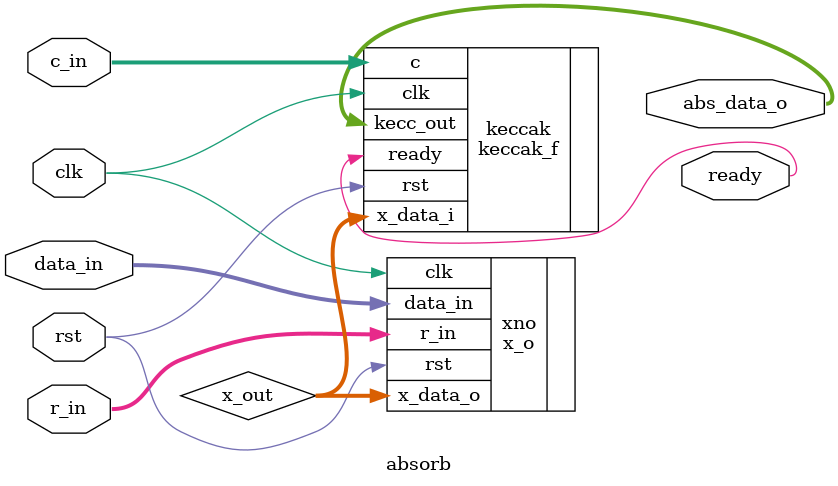
<source format=v>
`timescale 1ns / 1ps


module absorb(
    input clk,
    input rst,
    input [575:0] data_in,
    input [575:0] r_in,
    input [1023:0] c_in,
    output [575:0] abs_data_o,
    output ready
    );
    
    wire [575:0] x_out;
    

    x_o xno (
        .clk(clk),
        .rst(rst),
        .data_in(data_in),
        .r_in(r_in),
        .x_data_o(x_out)
    );
    
    
    keccak_f keccak(
        .clk(clk),
        .rst(rst),
        .x_data_i(x_out),
        .c(c_in),
        .kecc_out(abs_data_o),
        .ready(ready)
    );
  
        
endmodule

</source>
